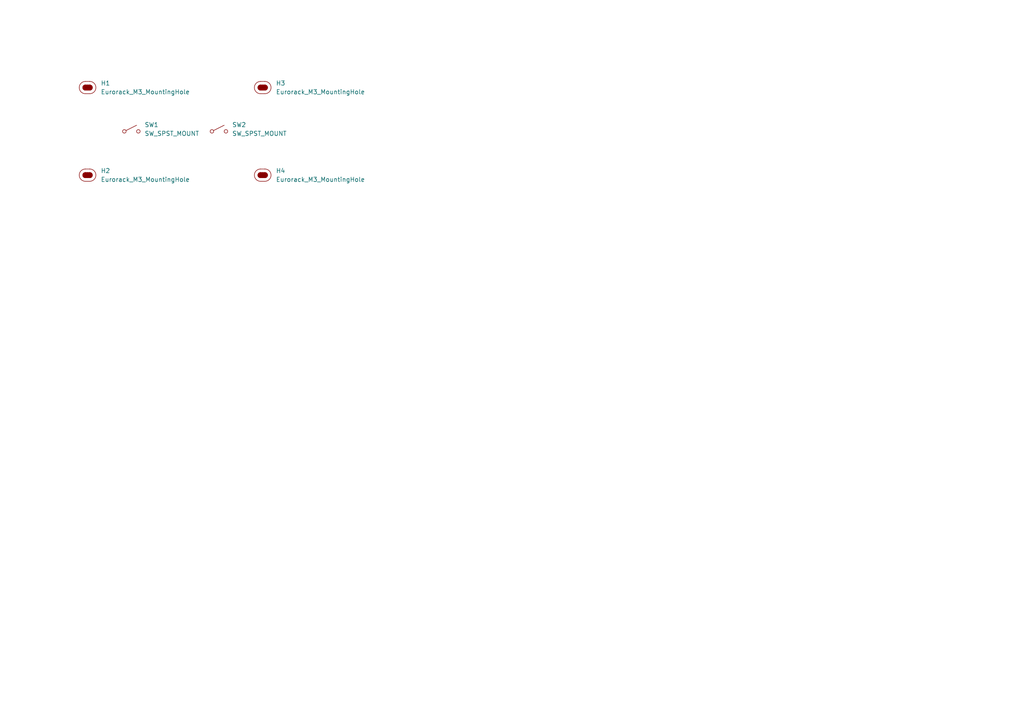
<source format=kicad_sch>
(kicad_sch (version 20250114) (generator "eeschema") (generator_version "9.0")
  (paper "A4")
  (lib_symbols
    (symbol "EXC:Eurorack_M3_MountingHole" (pin_names (offset 1.016))
      (property "Reference" "H" (at 0 5.08 0))
      (property "Value" "Eurorack_M3_MountingHole" (at 0 3.175 0))
      (symbol "Eurorack_M3_MountingHole_0_1"
        (polyline (pts (xy -0.635 0.762) (xy 0.635 0.762)))
        (circle (center -0.635 0) (radius 0.762) (fill (type outline)))
        (arc (start -0.635 -0.762) (mid -1.397 0) (end -0.635 0.762))
        (arc (start -0.635 -1.778) (mid -2.413 0) (end -0.635 1.778))
        (polyline (pts (xy -0.635 -0.762) (xy 0.635 -0.762)))
        (polyline (pts (xy -0.635 -1.778) (xy 0.635 -1.778)))
        (circle (center 0 0) (radius 0.762) (fill (type outline)))
        (polyline (pts (xy 0.635 1.778) (xy -0.635 1.778)))
        (arc (start 0.6141 1.778) (mid 2.4131 0) (end 0.6141 -1.778))
        (arc (start 0.6227 0.762) (mid 1.3971 0) (end 0.6227 -0.762))
        (circle (center 0.635 0) (radius 0.762) (fill (type outline)))
      )
    )
    (symbol "EXC:SW_SPST-Cherry_Panel_Mount" (pin_names (offset 0) (hide yes))
      (property "Reference" "SW" (at 0 3.175 0))
      (property "Value" "SW_SPST_MOUNT" (at 0 -2.032 0))
      (symbol "SW_SPST-Cherry_Panel_Mount_0_0"
        (circle (center -2.032 0) (radius 0.508))
        (polyline (pts (xy -1.524 0.254) (xy 1.524 1.778)))
        (circle (center 2.032 0) (radius 0.508))
      )
    )
  )
  (symbol (lib_id "EXC:Eurorack_M3_MountingHole") (at 76.2 50.8 0) (unit 1)
    (property "Reference" "H4" (at 80.01 49.5299 0) (effects (justify left)))
    (property "Value" "Eurorack_M3_MountingHole" (at 80.01 52.0699 0) (effects (justify left)))
    (property "Footprint" "EXC:MountingHole_3.2mm_M3" (effects (hide yes)))
    (property "Description" "Mounting Hole without connection" (effects (hide yes)))
  )
  (symbol (lib_id "EXC:SW_SPST-Cherry_Panel_Mount") (at 38.1 38.1 0) (unit 1)
    (property "Reference" "SW1" (at 41.91 36.1949 0) (effects (justify left)))
    (property "Value" "SW_SPST_MOUNT" (at 41.91 38.7349 0) (effects (justify left)))
    (property "Footprint" "EXC:SW_Cherry_MX_1.00u_Mount" (effects (hide yes)))
    (property "Datasheet" "https://hirosarts.com/blog/keycap-dimensions-guide-for-beginners/" (effects (hide yes)))
    (property "Description" "Single Pole Single Throw (SPST) panel-mount switch" (effects (hide yes)))
    (property "Source" "https://www.adafruit.com/product/4954" (effects (hide yes)))
  )
  (symbol (lib_id "EXC:Eurorack_M3_MountingHole") (at 76.2 25.4 0) (unit 1)
    (property "Reference" "H3" (at 80.01 24.1299 0) (effects (justify left)))
    (property "Value" "Eurorack_M3_MountingHole" (at 80.01 26.6699 0) (effects (justify left)))
    (property "Footprint" "EXC:MountingHole_3.2mm_M3" (effects (hide yes)))
    (property "Description" "Mounting Hole without connection" (effects (hide yes)))
  )
  (symbol (lib_id "EXC:SW_SPST-Cherry_Panel_Mount") (at 63.5 38.1 0) (unit 1)
    (property "Reference" "SW2" (at 67.31 36.1949 0) (effects (justify left)))
    (property "Value" "SW_SPST_MOUNT" (at 67.31 38.7349 0) (effects (justify left)))
    (property "Footprint" "EXC:SW_Cherry_MX_1.00u_Mount" (effects (hide yes)))
    (property "Datasheet" "https://hirosarts.com/blog/keycap-dimensions-guide-for-beginners/" (effects (hide yes)))
    (property "Description" "Single Pole Single Throw (SPST) panel-mount switch" (effects (hide yes)))
    (property "Source" "https://www.adafruit.com/product/4954" (effects (hide yes)))
  )
  (symbol (lib_id "EXC:Eurorack_M3_MountingHole") (at 25.4 50.8 0) (unit 1)
    (property "Reference" "H2" (at 29.21 49.5299 0) (effects (justify left)))
    (property "Value" "Eurorack_M3_MountingHole" (at 29.21 52.0699 0) (effects (justify left)))
    (property "Footprint" "EXC:MountingHole_3.2mm_M3" (effects (hide yes)))
    (property "Description" "Mounting Hole without connection" (effects (hide yes)))
  )
  (symbol (lib_id "EXC:Eurorack_M3_MountingHole") (at 25.4 25.4 0) (unit 1)
    (property "Reference" "H1" (at 29.21 24.1299 0) (effects (justify left)))
    (property "Value" "Eurorack_M3_MountingHole" (at 29.21 26.6699 0) (effects (justify left)))
    (property "Footprint" "EXC:MountingHole_3.2mm_M3" (effects (hide yes)))
    (property "Description" "Mounting Hole without connection" (effects (hide yes)))
  )
)
</source>
